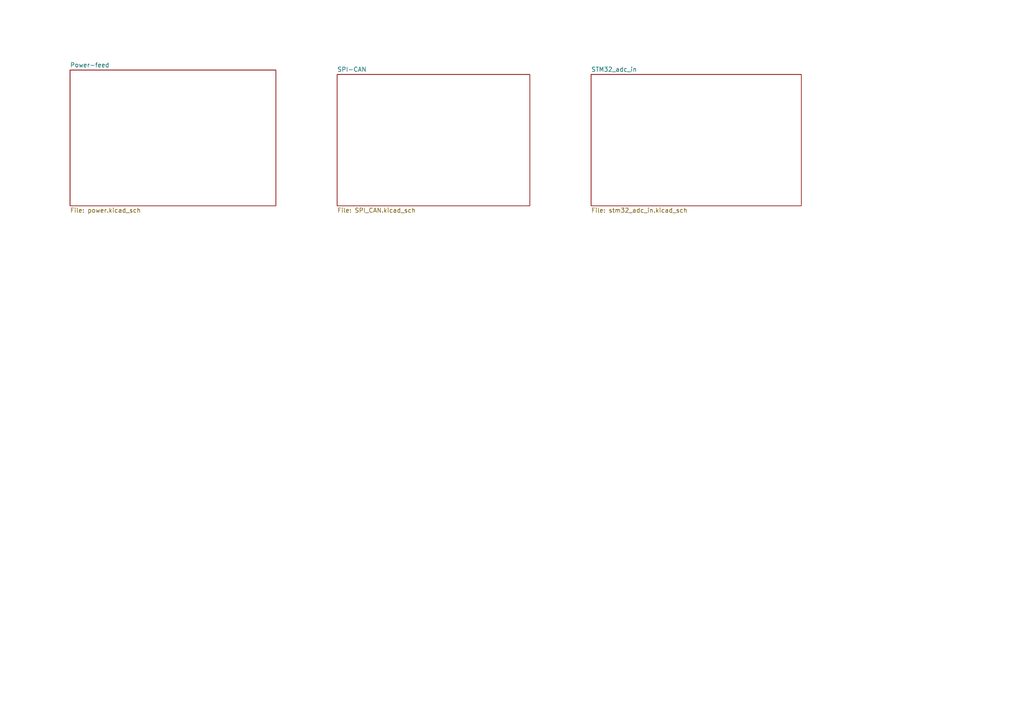
<source format=kicad_sch>
(kicad_sch
	(version 20231120)
	(generator "eeschema")
	(generator_version "8.0")
	(uuid "f879be69-9a4a-4dcb-a6d1-c39a6a6e7df2")
	(paper "A4")
	(lib_symbols)
	(sheet
		(at 97.79 21.59)
		(size 55.88 38.1)
		(fields_autoplaced yes)
		(stroke
			(width 0.1524)
			(type solid)
		)
		(fill
			(color 0 0 0 0.0000)
		)
		(uuid "8f38036e-a76c-4f2d-8ea2-c6bdb0ec4028")
		(property "Sheetname" "SPI-CAN"
			(at 97.79 20.8784 0)
			(effects
				(font
					(size 1.27 1.27)
				)
				(justify left bottom)
			)
		)
		(property "Sheetfile" "SPI_CAN.kicad_sch"
			(at 97.79 60.2746 0)
			(effects
				(font
					(size 1.27 1.27)
				)
				(justify left top)
			)
		)
		(instances
			(project "ProvaKicad"
				(path "/f879be69-9a4a-4dcb-a6d1-c39a6a6e7df2"
					(page "3")
				)
			)
		)
	)
	(sheet
		(at 20.32 20.32)
		(size 59.69 39.37)
		(fields_autoplaced yes)
		(stroke
			(width 0.1524)
			(type solid)
		)
		(fill
			(color 0 0 0 0.0000)
		)
		(uuid "b1c1a22b-4c2a-44bd-bfa5-2a5e39c68402")
		(property "Sheetname" "Power-feed"
			(at 20.32 19.6084 0)
			(effects
				(font
					(size 1.27 1.27)
				)
				(justify left bottom)
			)
		)
		(property "Sheetfile" "power.kicad_sch"
			(at 20.32 60.2746 0)
			(effects
				(font
					(size 1.27 1.27)
				)
				(justify left top)
			)
		)
		(instances
			(project "ProvaKicad"
				(path "/f879be69-9a4a-4dcb-a6d1-c39a6a6e7df2"
					(page "2")
				)
			)
		)
	)
	(sheet
		(at 171.45 21.59)
		(size 60.96 38.1)
		(fields_autoplaced yes)
		(stroke
			(width 0.1524)
			(type solid)
		)
		(fill
			(color 0 0 0 0.0000)
		)
		(uuid "b774f746-f46d-43c5-8fdc-fbaf8c701cd3")
		(property "Sheetname" "STM32_adc_in"
			(at 171.45 20.8784 0)
			(effects
				(font
					(size 1.27 1.27)
				)
				(justify left bottom)
			)
		)
		(property "Sheetfile" "stm32_adc_in.kicad_sch"
			(at 171.45 60.2746 0)
			(effects
				(font
					(size 1.27 1.27)
				)
				(justify left top)
			)
		)
		(instances
			(project "ProvaKicad"
				(path "/f879be69-9a4a-4dcb-a6d1-c39a6a6e7df2"
					(page "4")
				)
			)
		)
	)
	(sheet_instances
		(path "/"
			(page "1")
		)
	)
)

</source>
